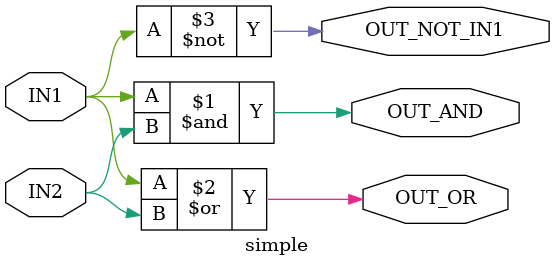
<source format=v>
/*
Module:
	Switch Level
	Gate Level
	Data Level
	Behavioral Level(Algorithmic)
	
	Data Level + Behavioral Level => RTL (Register transfer level)
*/

// Port List = Parameters. Input at beginning, output at ending.
module simple(IN1, IN2, OUT_AND, OUT_OR, OUT_NOT_IN1);

   input   IN1, IN2;
   output  OUT_AND, OUT_OR, OUT_NOT_IN1;

   and G1(OUT_AND, IN1, IN2);
   or  G2(OUT_OR,  IN1, IN2);
   not G3(OUT_NOT_IN1, IN1);
   
endmodule
</source>
